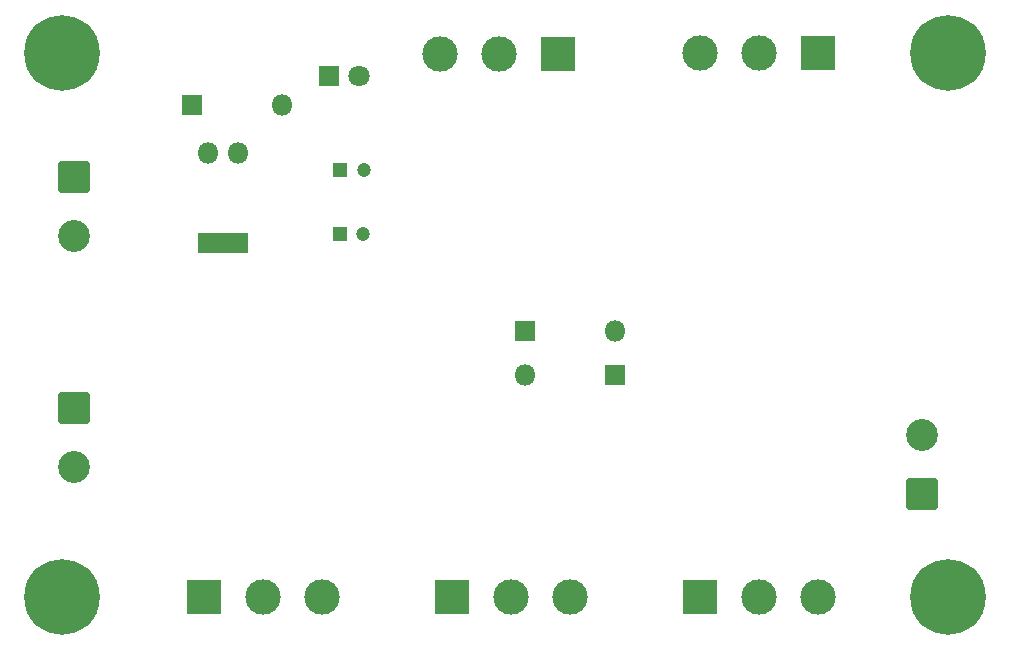
<source format=gbr>
%TF.GenerationSoftware,KiCad,Pcbnew,7.0.7*%
%TF.CreationDate,2024-01-15T18:38:01+01:00*%
%TF.ProjectId,MarshallGuvnor,4d617273-6861-46c6-9c47-75766e6f722e,rev?*%
%TF.SameCoordinates,Original*%
%TF.FileFunction,Soldermask,Bot*%
%TF.FilePolarity,Negative*%
%FSLAX46Y46*%
G04 Gerber Fmt 4.6, Leading zero omitted, Abs format (unit mm)*
G04 Created by KiCad (PCBNEW 7.0.7) date 2024-01-15 18:38:01*
%MOMM*%
%LPD*%
G01*
G04 APERTURE LIST*
G04 Aperture macros list*
%AMRoundRect*
0 Rectangle with rounded corners*
0 $1 Rounding radius*
0 $2 $3 $4 $5 $6 $7 $8 $9 X,Y pos of 4 corners*
0 Add a 4 corners polygon primitive as box body*
4,1,4,$2,$3,$4,$5,$6,$7,$8,$9,$2,$3,0*
0 Add four circle primitives for the rounded corners*
1,1,$1+$1,$2,$3*
1,1,$1+$1,$4,$5*
1,1,$1+$1,$6,$7*
1,1,$1+$1,$8,$9*
0 Add four rect primitives between the rounded corners*
20,1,$1+$1,$2,$3,$4,$5,0*
20,1,$1+$1,$4,$5,$6,$7,0*
20,1,$1+$1,$6,$7,$8,$9,0*
20,1,$1+$1,$8,$9,$2,$3,0*%
G04 Aperture macros list end*
%ADD10R,1.800000X1.800000*%
%ADD11C,1.800000*%
%ADD12R,3.000000X3.000000*%
%ADD13C,3.000000*%
%ADD14O,1.800000X1.800000*%
%ADD15C,0.800000*%
%ADD16C,6.400000*%
%ADD17RoundRect,0.250001X-1.099999X1.099999X-1.099999X-1.099999X1.099999X-1.099999X1.099999X1.099999X0*%
%ADD18C,2.700000*%
%ADD19R,1.200000X1.200000*%
%ADD20C,1.200000*%
%ADD21R,2.800000X1.800000*%
%ADD22RoundRect,0.250001X1.099999X-1.099999X1.099999X1.099999X-1.099999X1.099999X-1.099999X-1.099999X0*%
G04 APERTURE END LIST*
D10*
%TO.C,D2*%
X127597500Y-106900000D03*
D11*
X130137500Y-106900000D03*
%TD*%
D12*
%TO.C,RV3*%
X138000000Y-151000000D03*
D13*
X143000000Y-151000000D03*
X148000000Y-151000000D03*
%TD*%
D10*
%TO.C,D1*%
X116055000Y-109400000D03*
D14*
X123675000Y-109400000D03*
%TD*%
D15*
%TO.C,H3*%
X102600000Y-151000000D03*
X103302944Y-149302944D03*
X103302944Y-152697056D03*
X105000000Y-148600000D03*
D16*
X105000000Y-151000000D03*
D15*
X105000000Y-153400000D03*
X106697056Y-149302944D03*
X106697056Y-152697056D03*
X107400000Y-151000000D03*
%TD*%
D17*
%TO.C,J1*%
X106000000Y-115500000D03*
D18*
X106000000Y-120500000D03*
%TD*%
D12*
%TO.C,RV1*%
X147000000Y-105050000D03*
D13*
X142000000Y-105050000D03*
X137000000Y-105050000D03*
%TD*%
D19*
%TO.C,C4*%
X128564901Y-114900000D03*
D20*
X130564901Y-114900000D03*
%TD*%
D15*
%TO.C,H4*%
X177600000Y-151000000D03*
X178302944Y-149302944D03*
X178302944Y-152697056D03*
X180000000Y-148600000D03*
D16*
X180000000Y-151000000D03*
D15*
X180000000Y-153400000D03*
X181697056Y-149302944D03*
X181697056Y-152697056D03*
X182400000Y-151000000D03*
%TD*%
D12*
%TO.C,RV5*%
X159000000Y-151000000D03*
D13*
X164000000Y-151000000D03*
X169000000Y-151000000D03*
%TD*%
D17*
%TO.C,J2*%
X106000000Y-135000000D03*
D18*
X106000000Y-140000000D03*
%TD*%
D19*
%TO.C,C3*%
X128537500Y-120325000D03*
D20*
X130537500Y-120325000D03*
%TD*%
D12*
%TO.C,RV2*%
X169000000Y-105000000D03*
D13*
X164000000Y-105000000D03*
X159000000Y-105000000D03*
%TD*%
D15*
%TO.C,H1*%
X102600000Y-105000000D03*
X103302944Y-103302944D03*
X103302944Y-106697056D03*
X105000000Y-102600000D03*
D16*
X105000000Y-105000000D03*
D15*
X105000000Y-107400000D03*
X106697056Y-103302944D03*
X106697056Y-106697056D03*
X107400000Y-105000000D03*
%TD*%
%TO.C,H2*%
X177600000Y-105000000D03*
X178302944Y-103302944D03*
X178302944Y-106697056D03*
X180000000Y-102600000D03*
D16*
X180000000Y-105000000D03*
D15*
X180000000Y-107400000D03*
X181697056Y-103302944D03*
X181697056Y-106697056D03*
X182400000Y-105000000D03*
%TD*%
D12*
%TO.C,RV4*%
X117000000Y-151000000D03*
D13*
X122000000Y-151000000D03*
X127000000Y-151000000D03*
%TD*%
D10*
%TO.C,Q1*%
X117367500Y-121020000D03*
D21*
X119407500Y-121020000D03*
D14*
X119907500Y-113400000D03*
X117367500Y-113400000D03*
%TD*%
D10*
%TO.C,D3*%
X144190000Y-128500000D03*
D14*
X151810000Y-128500000D03*
%TD*%
D10*
%TO.C,D4*%
X151810000Y-132200000D03*
D14*
X144190000Y-132200000D03*
%TD*%
D22*
%TO.C,J3*%
X177861441Y-142299722D03*
D18*
X177861441Y-137299722D03*
%TD*%
M02*

</source>
